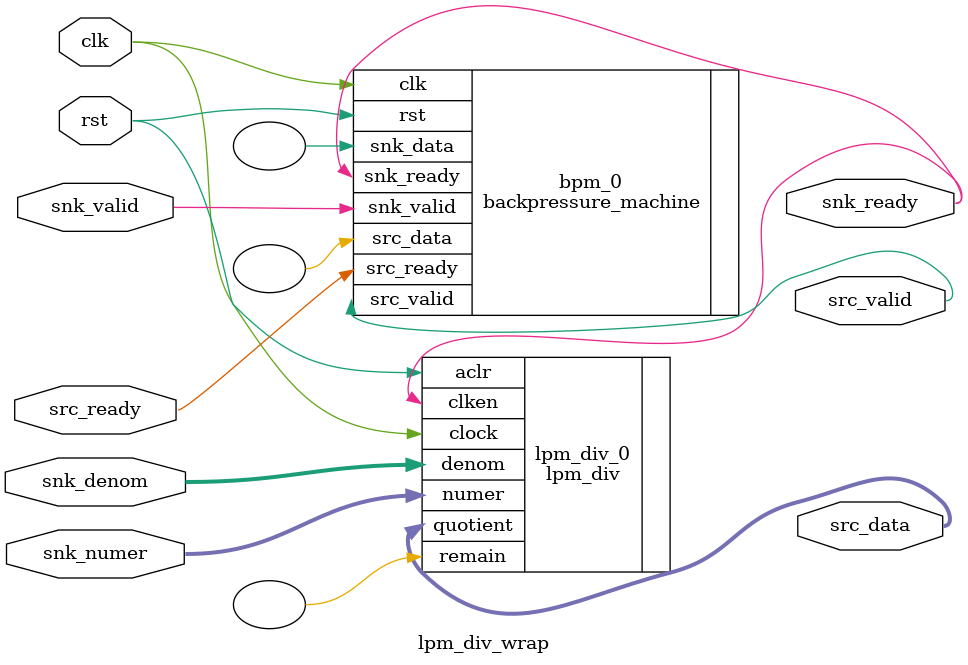
<source format=sv>
/*
	-------------------------------------------------------------------------------------
	The MIT License.
	Copyright © 2019 Andrei Kalshchikov /KalshchikovAA@gmail.com/.
	National Research University "Moscow Power Engineering Institute"
	
	Permission is hereby granted, free of charge, to any person obtaining a copy
	of this software and associated documentation files (the "Software"), to deal
	in the Software without restriction, including without limitation the rights
	to use, copy, modify, merge, publish, distribute, sublicense, and/or sell
	copies of the Software, and to permit persons to whom the Software is
	furnished to do so, subject to the following conditions:

	The above copyright notice and this permission notice shall be included in
	all copies or substantial portions of the Software.

	THE SOFTWARE IS PROVIDED "AS IS", WITHOUT WARRANTY OF ANY KIND, EXPRESS OR
	IMPLIED, INCLUDING BUT NOT LIMITED TO THE WARRANTIES OF MERCHANTABILITY,
	FITNESS FOR A PARTICULAR PURPOSE AND NONINFRINGEMENT. IN NO EVENT SHALL THE
	AUTHORS OR COPYRIGHT HOLDERS BE LIABLE FOR ANY CLAIM, DAMAGES OR OTHER
	LIABILITY, WHETHER IN AN ACTION OF CONTRACT, TORT OR OTHERWISE, ARISING FROM,
	OUT OF OR IN CONNECTION WITH THE SOFTWARE OR THE USE OR OTHER DEALINGS IN
	THE SOFTWARE.
	-------------------------------------------------------------------------------------
*/
module lpm_div_wrap(
    input clk, rst,

    input snk_valid,
	input[16:0] snk_numer,
    input[15:0] snk_denom,
    output logic snk_ready,

    input src_ready,
    output logic src_valid,
    output logic[16:0] src_data
);
    lpm_div lpm_div_0 (
        .aclr(rst),
	    .clken(snk_ready),
	    .clock(clk),
	    .denom(snk_denom),
	    .numer(snk_numer),
	    .quotient(src_data),
	    .remain()
    );

    backpressure_machine #(
        .LATENCY(14),
        .DATA_EN(0),
        .DATA_WIDTH(1)
    ) bpm_0 (
        .clk, .rst,

        .snk_valid, .snk_ready,
        .snk_data(),

        .src_valid, .src_ready,
        .src_data()
    );
endmodule : lpm_div_wrap
</source>
